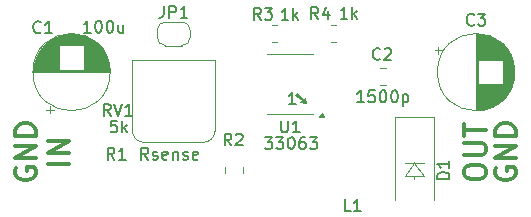
<source format=gto>
%TF.GenerationSoftware,KiCad,Pcbnew,8.0.4*%
%TF.CreationDate,2025-01-06T15:08:45+00:00*%
%TF.ProjectId,33063_boost,33333036-335f-4626-9f6f-73742e6b6963,rev?*%
%TF.SameCoordinates,Original*%
%TF.FileFunction,Legend,Top*%
%TF.FilePolarity,Positive*%
%FSLAX46Y46*%
G04 Gerber Fmt 4.6, Leading zero omitted, Abs format (unit mm)*
G04 Created by KiCad (PCBNEW 8.0.4) date 2025-01-06 15:08:45*
%MOMM*%
%LPD*%
G01*
G04 APERTURE LIST*
%ADD10C,0.100000*%
%ADD11C,0.360000*%
%ADD12C,0.200000*%
%ADD13C,0.150000*%
%ADD14C,0.120000*%
G04 APERTURE END LIST*
D10*
X76650000Y-58700000D02*
X76750000Y-58550000D01*
X76850000Y-59000000D01*
X76350000Y-58850000D01*
X76500000Y-58750000D01*
X75950000Y-58250000D01*
X76100000Y-58100000D01*
X76650000Y-58700000D01*
G36*
X76650000Y-58700000D02*
G01*
X76750000Y-58550000D01*
X76850000Y-59000000D01*
X76350000Y-58850000D01*
X76500000Y-58750000D01*
X75950000Y-58250000D01*
X76100000Y-58100000D01*
X76650000Y-58700000D01*
G37*
D11*
X52279708Y-64471428D02*
X52193994Y-64642857D01*
X52193994Y-64642857D02*
X52193994Y-64899999D01*
X52193994Y-64899999D02*
X52279708Y-65157142D01*
X52279708Y-65157142D02*
X52451137Y-65328571D01*
X52451137Y-65328571D02*
X52622565Y-65414285D01*
X52622565Y-65414285D02*
X52965422Y-65499999D01*
X52965422Y-65499999D02*
X53222565Y-65499999D01*
X53222565Y-65499999D02*
X53565422Y-65414285D01*
X53565422Y-65414285D02*
X53736851Y-65328571D01*
X53736851Y-65328571D02*
X53908280Y-65157142D01*
X53908280Y-65157142D02*
X53993994Y-64899999D01*
X53993994Y-64899999D02*
X53993994Y-64728571D01*
X53993994Y-64728571D02*
X53908280Y-64471428D01*
X53908280Y-64471428D02*
X53822565Y-64385714D01*
X53822565Y-64385714D02*
X53222565Y-64385714D01*
X53222565Y-64385714D02*
X53222565Y-64728571D01*
X53993994Y-63614285D02*
X52193994Y-63614285D01*
X52193994Y-63614285D02*
X53993994Y-62585714D01*
X53993994Y-62585714D02*
X52193994Y-62585714D01*
X53993994Y-61728571D02*
X52193994Y-61728571D01*
X52193994Y-61728571D02*
X52193994Y-61300000D01*
X52193994Y-61300000D02*
X52279708Y-61042857D01*
X52279708Y-61042857D02*
X52451137Y-60871428D01*
X52451137Y-60871428D02*
X52622565Y-60785714D01*
X52622565Y-60785714D02*
X52965422Y-60700000D01*
X52965422Y-60700000D02*
X53222565Y-60700000D01*
X53222565Y-60700000D02*
X53565422Y-60785714D01*
X53565422Y-60785714D02*
X53736851Y-60871428D01*
X53736851Y-60871428D02*
X53908280Y-61042857D01*
X53908280Y-61042857D02*
X53993994Y-61300000D01*
X53993994Y-61300000D02*
X53993994Y-61728571D01*
X92919708Y-64471428D02*
X92833994Y-64642857D01*
X92833994Y-64642857D02*
X92833994Y-64899999D01*
X92833994Y-64899999D02*
X92919708Y-65157142D01*
X92919708Y-65157142D02*
X93091137Y-65328571D01*
X93091137Y-65328571D02*
X93262565Y-65414285D01*
X93262565Y-65414285D02*
X93605422Y-65499999D01*
X93605422Y-65499999D02*
X93862565Y-65499999D01*
X93862565Y-65499999D02*
X94205422Y-65414285D01*
X94205422Y-65414285D02*
X94376851Y-65328571D01*
X94376851Y-65328571D02*
X94548280Y-65157142D01*
X94548280Y-65157142D02*
X94633994Y-64899999D01*
X94633994Y-64899999D02*
X94633994Y-64728571D01*
X94633994Y-64728571D02*
X94548280Y-64471428D01*
X94548280Y-64471428D02*
X94462565Y-64385714D01*
X94462565Y-64385714D02*
X93862565Y-64385714D01*
X93862565Y-64385714D02*
X93862565Y-64728571D01*
X94633994Y-63614285D02*
X92833994Y-63614285D01*
X92833994Y-63614285D02*
X94633994Y-62585714D01*
X94633994Y-62585714D02*
X92833994Y-62585714D01*
X94633994Y-61728571D02*
X92833994Y-61728571D01*
X92833994Y-61728571D02*
X92833994Y-61300000D01*
X92833994Y-61300000D02*
X92919708Y-61042857D01*
X92919708Y-61042857D02*
X93091137Y-60871428D01*
X93091137Y-60871428D02*
X93262565Y-60785714D01*
X93262565Y-60785714D02*
X93605422Y-60700000D01*
X93605422Y-60700000D02*
X93862565Y-60700000D01*
X93862565Y-60700000D02*
X94205422Y-60785714D01*
X94205422Y-60785714D02*
X94376851Y-60871428D01*
X94376851Y-60871428D02*
X94548280Y-61042857D01*
X94548280Y-61042857D02*
X94633994Y-61300000D01*
X94633994Y-61300000D02*
X94633994Y-61728571D01*
X56813994Y-64092856D02*
X55013994Y-64092856D01*
X56813994Y-63235713D02*
X55013994Y-63235713D01*
X55013994Y-63235713D02*
X56813994Y-62207142D01*
X56813994Y-62207142D02*
X55013994Y-62207142D01*
X90263994Y-64949999D02*
X90263994Y-64607142D01*
X90263994Y-64607142D02*
X90349708Y-64435713D01*
X90349708Y-64435713D02*
X90521137Y-64264285D01*
X90521137Y-64264285D02*
X90863994Y-64178570D01*
X90863994Y-64178570D02*
X91463994Y-64178570D01*
X91463994Y-64178570D02*
X91806851Y-64264285D01*
X91806851Y-64264285D02*
X91978280Y-64435713D01*
X91978280Y-64435713D02*
X92063994Y-64607142D01*
X92063994Y-64607142D02*
X92063994Y-64949999D01*
X92063994Y-64949999D02*
X91978280Y-65121428D01*
X91978280Y-65121428D02*
X91806851Y-65292856D01*
X91806851Y-65292856D02*
X91463994Y-65378570D01*
X91463994Y-65378570D02*
X90863994Y-65378570D01*
X90863994Y-65378570D02*
X90521137Y-65292856D01*
X90521137Y-65292856D02*
X90349708Y-65121428D01*
X90349708Y-65121428D02*
X90263994Y-64949999D01*
X90263994Y-63407142D02*
X91721137Y-63407142D01*
X91721137Y-63407142D02*
X91892565Y-63321428D01*
X91892565Y-63321428D02*
X91978280Y-63235714D01*
X91978280Y-63235714D02*
X92063994Y-63064285D01*
X92063994Y-63064285D02*
X92063994Y-62721428D01*
X92063994Y-62721428D02*
X91978280Y-62549999D01*
X91978280Y-62549999D02*
X91892565Y-62464285D01*
X91892565Y-62464285D02*
X91721137Y-62378571D01*
X91721137Y-62378571D02*
X90263994Y-62378571D01*
X90263994Y-61778571D02*
X90263994Y-60750000D01*
X92063994Y-61264285D02*
X90263994Y-61264285D01*
D12*
X75993482Y-59067219D02*
X75422054Y-59067219D01*
X75707768Y-59067219D02*
X75707768Y-58067219D01*
X75707768Y-58067219D02*
X75612530Y-58210076D01*
X75612530Y-58210076D02*
X75517292Y-58305314D01*
X75517292Y-58305314D02*
X75422054Y-58352933D01*
D13*
X80633333Y-68104819D02*
X80157143Y-68104819D01*
X80157143Y-68104819D02*
X80157143Y-67104819D01*
X81490476Y-68104819D02*
X80919048Y-68104819D01*
X81204762Y-68104819D02*
X81204762Y-67104819D01*
X81204762Y-67104819D02*
X81109524Y-67247676D01*
X81109524Y-67247676D02*
X81014286Y-67342914D01*
X81014286Y-67342914D02*
X80919048Y-67390533D01*
X54383333Y-52959580D02*
X54335714Y-53007200D01*
X54335714Y-53007200D02*
X54192857Y-53054819D01*
X54192857Y-53054819D02*
X54097619Y-53054819D01*
X54097619Y-53054819D02*
X53954762Y-53007200D01*
X53954762Y-53007200D02*
X53859524Y-52911961D01*
X53859524Y-52911961D02*
X53811905Y-52816723D01*
X53811905Y-52816723D02*
X53764286Y-52626247D01*
X53764286Y-52626247D02*
X53764286Y-52483390D01*
X53764286Y-52483390D02*
X53811905Y-52292914D01*
X53811905Y-52292914D02*
X53859524Y-52197676D01*
X53859524Y-52197676D02*
X53954762Y-52102438D01*
X53954762Y-52102438D02*
X54097619Y-52054819D01*
X54097619Y-52054819D02*
X54192857Y-52054819D01*
X54192857Y-52054819D02*
X54335714Y-52102438D01*
X54335714Y-52102438D02*
X54383333Y-52150057D01*
X55335714Y-53054819D02*
X54764286Y-53054819D01*
X55050000Y-53054819D02*
X55050000Y-52054819D01*
X55050000Y-52054819D02*
X54954762Y-52197676D01*
X54954762Y-52197676D02*
X54859524Y-52292914D01*
X54859524Y-52292914D02*
X54764286Y-52340533D01*
X58630952Y-53004819D02*
X58059524Y-53004819D01*
X58345238Y-53004819D02*
X58345238Y-52004819D01*
X58345238Y-52004819D02*
X58250000Y-52147676D01*
X58250000Y-52147676D02*
X58154762Y-52242914D01*
X58154762Y-52242914D02*
X58059524Y-52290533D01*
X59250000Y-52004819D02*
X59345238Y-52004819D01*
X59345238Y-52004819D02*
X59440476Y-52052438D01*
X59440476Y-52052438D02*
X59488095Y-52100057D01*
X59488095Y-52100057D02*
X59535714Y-52195295D01*
X59535714Y-52195295D02*
X59583333Y-52385771D01*
X59583333Y-52385771D02*
X59583333Y-52623866D01*
X59583333Y-52623866D02*
X59535714Y-52814342D01*
X59535714Y-52814342D02*
X59488095Y-52909580D01*
X59488095Y-52909580D02*
X59440476Y-52957200D01*
X59440476Y-52957200D02*
X59345238Y-53004819D01*
X59345238Y-53004819D02*
X59250000Y-53004819D01*
X59250000Y-53004819D02*
X59154762Y-52957200D01*
X59154762Y-52957200D02*
X59107143Y-52909580D01*
X59107143Y-52909580D02*
X59059524Y-52814342D01*
X59059524Y-52814342D02*
X59011905Y-52623866D01*
X59011905Y-52623866D02*
X59011905Y-52385771D01*
X59011905Y-52385771D02*
X59059524Y-52195295D01*
X59059524Y-52195295D02*
X59107143Y-52100057D01*
X59107143Y-52100057D02*
X59154762Y-52052438D01*
X59154762Y-52052438D02*
X59250000Y-52004819D01*
X60202381Y-52004819D02*
X60297619Y-52004819D01*
X60297619Y-52004819D02*
X60392857Y-52052438D01*
X60392857Y-52052438D02*
X60440476Y-52100057D01*
X60440476Y-52100057D02*
X60488095Y-52195295D01*
X60488095Y-52195295D02*
X60535714Y-52385771D01*
X60535714Y-52385771D02*
X60535714Y-52623866D01*
X60535714Y-52623866D02*
X60488095Y-52814342D01*
X60488095Y-52814342D02*
X60440476Y-52909580D01*
X60440476Y-52909580D02*
X60392857Y-52957200D01*
X60392857Y-52957200D02*
X60297619Y-53004819D01*
X60297619Y-53004819D02*
X60202381Y-53004819D01*
X60202381Y-53004819D02*
X60107143Y-52957200D01*
X60107143Y-52957200D02*
X60059524Y-52909580D01*
X60059524Y-52909580D02*
X60011905Y-52814342D01*
X60011905Y-52814342D02*
X59964286Y-52623866D01*
X59964286Y-52623866D02*
X59964286Y-52385771D01*
X59964286Y-52385771D02*
X60011905Y-52195295D01*
X60011905Y-52195295D02*
X60059524Y-52100057D01*
X60059524Y-52100057D02*
X60107143Y-52052438D01*
X60107143Y-52052438D02*
X60202381Y-52004819D01*
X61392857Y-52338152D02*
X61392857Y-53004819D01*
X60964286Y-52338152D02*
X60964286Y-52861961D01*
X60964286Y-52861961D02*
X61011905Y-52957200D01*
X61011905Y-52957200D02*
X61107143Y-53004819D01*
X61107143Y-53004819D02*
X61250000Y-53004819D01*
X61250000Y-53004819D02*
X61345238Y-52957200D01*
X61345238Y-52957200D02*
X61392857Y-52909580D01*
X70533333Y-62554819D02*
X70200000Y-62078628D01*
X69961905Y-62554819D02*
X69961905Y-61554819D01*
X69961905Y-61554819D02*
X70342857Y-61554819D01*
X70342857Y-61554819D02*
X70438095Y-61602438D01*
X70438095Y-61602438D02*
X70485714Y-61650057D01*
X70485714Y-61650057D02*
X70533333Y-61745295D01*
X70533333Y-61745295D02*
X70533333Y-61888152D01*
X70533333Y-61888152D02*
X70485714Y-61983390D01*
X70485714Y-61983390D02*
X70438095Y-62031009D01*
X70438095Y-62031009D02*
X70342857Y-62078628D01*
X70342857Y-62078628D02*
X69961905Y-62078628D01*
X70914286Y-61650057D02*
X70961905Y-61602438D01*
X70961905Y-61602438D02*
X71057143Y-61554819D01*
X71057143Y-61554819D02*
X71295238Y-61554819D01*
X71295238Y-61554819D02*
X71390476Y-61602438D01*
X71390476Y-61602438D02*
X71438095Y-61650057D01*
X71438095Y-61650057D02*
X71485714Y-61745295D01*
X71485714Y-61745295D02*
X71485714Y-61840533D01*
X71485714Y-61840533D02*
X71438095Y-61983390D01*
X71438095Y-61983390D02*
X70866667Y-62554819D01*
X70866667Y-62554819D02*
X71485714Y-62554819D01*
X60304761Y-60054819D02*
X59971428Y-59578628D01*
X59733333Y-60054819D02*
X59733333Y-59054819D01*
X59733333Y-59054819D02*
X60114285Y-59054819D01*
X60114285Y-59054819D02*
X60209523Y-59102438D01*
X60209523Y-59102438D02*
X60257142Y-59150057D01*
X60257142Y-59150057D02*
X60304761Y-59245295D01*
X60304761Y-59245295D02*
X60304761Y-59388152D01*
X60304761Y-59388152D02*
X60257142Y-59483390D01*
X60257142Y-59483390D02*
X60209523Y-59531009D01*
X60209523Y-59531009D02*
X60114285Y-59578628D01*
X60114285Y-59578628D02*
X59733333Y-59578628D01*
X60590476Y-59054819D02*
X60923809Y-60054819D01*
X60923809Y-60054819D02*
X61257142Y-59054819D01*
X62114285Y-60054819D02*
X61542857Y-60054819D01*
X61828571Y-60054819D02*
X61828571Y-59054819D01*
X61828571Y-59054819D02*
X61733333Y-59197676D01*
X61733333Y-59197676D02*
X61638095Y-59292914D01*
X61638095Y-59292914D02*
X61542857Y-59340533D01*
X60833333Y-60454819D02*
X60357143Y-60454819D01*
X60357143Y-60454819D02*
X60309524Y-60931009D01*
X60309524Y-60931009D02*
X60357143Y-60883390D01*
X60357143Y-60883390D02*
X60452381Y-60835771D01*
X60452381Y-60835771D02*
X60690476Y-60835771D01*
X60690476Y-60835771D02*
X60785714Y-60883390D01*
X60785714Y-60883390D02*
X60833333Y-60931009D01*
X60833333Y-60931009D02*
X60880952Y-61026247D01*
X60880952Y-61026247D02*
X60880952Y-61264342D01*
X60880952Y-61264342D02*
X60833333Y-61359580D01*
X60833333Y-61359580D02*
X60785714Y-61407200D01*
X60785714Y-61407200D02*
X60690476Y-61454819D01*
X60690476Y-61454819D02*
X60452381Y-61454819D01*
X60452381Y-61454819D02*
X60357143Y-61407200D01*
X60357143Y-61407200D02*
X60309524Y-61359580D01*
X61309524Y-61454819D02*
X61309524Y-60454819D01*
X61404762Y-61073866D02*
X61690476Y-61454819D01*
X61690476Y-60788152D02*
X61309524Y-61169104D01*
X91083333Y-52309580D02*
X91035714Y-52357200D01*
X91035714Y-52357200D02*
X90892857Y-52404819D01*
X90892857Y-52404819D02*
X90797619Y-52404819D01*
X90797619Y-52404819D02*
X90654762Y-52357200D01*
X90654762Y-52357200D02*
X90559524Y-52261961D01*
X90559524Y-52261961D02*
X90511905Y-52166723D01*
X90511905Y-52166723D02*
X90464286Y-51976247D01*
X90464286Y-51976247D02*
X90464286Y-51833390D01*
X90464286Y-51833390D02*
X90511905Y-51642914D01*
X90511905Y-51642914D02*
X90559524Y-51547676D01*
X90559524Y-51547676D02*
X90654762Y-51452438D01*
X90654762Y-51452438D02*
X90797619Y-51404819D01*
X90797619Y-51404819D02*
X90892857Y-51404819D01*
X90892857Y-51404819D02*
X91035714Y-51452438D01*
X91035714Y-51452438D02*
X91083333Y-51500057D01*
X91416667Y-51404819D02*
X92035714Y-51404819D01*
X92035714Y-51404819D02*
X91702381Y-51785771D01*
X91702381Y-51785771D02*
X91845238Y-51785771D01*
X91845238Y-51785771D02*
X91940476Y-51833390D01*
X91940476Y-51833390D02*
X91988095Y-51881009D01*
X91988095Y-51881009D02*
X92035714Y-51976247D01*
X92035714Y-51976247D02*
X92035714Y-52214342D01*
X92035714Y-52214342D02*
X91988095Y-52309580D01*
X91988095Y-52309580D02*
X91940476Y-52357200D01*
X91940476Y-52357200D02*
X91845238Y-52404819D01*
X91845238Y-52404819D02*
X91559524Y-52404819D01*
X91559524Y-52404819D02*
X91464286Y-52357200D01*
X91464286Y-52357200D02*
X91416667Y-52309580D01*
X73023333Y-51914819D02*
X72690000Y-51438628D01*
X72451905Y-51914819D02*
X72451905Y-50914819D01*
X72451905Y-50914819D02*
X72832857Y-50914819D01*
X72832857Y-50914819D02*
X72928095Y-50962438D01*
X72928095Y-50962438D02*
X72975714Y-51010057D01*
X72975714Y-51010057D02*
X73023333Y-51105295D01*
X73023333Y-51105295D02*
X73023333Y-51248152D01*
X73023333Y-51248152D02*
X72975714Y-51343390D01*
X72975714Y-51343390D02*
X72928095Y-51391009D01*
X72928095Y-51391009D02*
X72832857Y-51438628D01*
X72832857Y-51438628D02*
X72451905Y-51438628D01*
X73356667Y-50914819D02*
X73975714Y-50914819D01*
X73975714Y-50914819D02*
X73642381Y-51295771D01*
X73642381Y-51295771D02*
X73785238Y-51295771D01*
X73785238Y-51295771D02*
X73880476Y-51343390D01*
X73880476Y-51343390D02*
X73928095Y-51391009D01*
X73928095Y-51391009D02*
X73975714Y-51486247D01*
X73975714Y-51486247D02*
X73975714Y-51724342D01*
X73975714Y-51724342D02*
X73928095Y-51819580D01*
X73928095Y-51819580D02*
X73880476Y-51867200D01*
X73880476Y-51867200D02*
X73785238Y-51914819D01*
X73785238Y-51914819D02*
X73499524Y-51914819D01*
X73499524Y-51914819D02*
X73404286Y-51867200D01*
X73404286Y-51867200D02*
X73356667Y-51819580D01*
X75360952Y-51934819D02*
X74789524Y-51934819D01*
X75075238Y-51934819D02*
X75075238Y-50934819D01*
X75075238Y-50934819D02*
X74980000Y-51077676D01*
X74980000Y-51077676D02*
X74884762Y-51172914D01*
X74884762Y-51172914D02*
X74789524Y-51220533D01*
X75789524Y-51934819D02*
X75789524Y-50934819D01*
X75884762Y-51553866D02*
X76170476Y-51934819D01*
X76170476Y-51268152D02*
X75789524Y-51649104D01*
X60633333Y-63754819D02*
X60300000Y-63278628D01*
X60061905Y-63754819D02*
X60061905Y-62754819D01*
X60061905Y-62754819D02*
X60442857Y-62754819D01*
X60442857Y-62754819D02*
X60538095Y-62802438D01*
X60538095Y-62802438D02*
X60585714Y-62850057D01*
X60585714Y-62850057D02*
X60633333Y-62945295D01*
X60633333Y-62945295D02*
X60633333Y-63088152D01*
X60633333Y-63088152D02*
X60585714Y-63183390D01*
X60585714Y-63183390D02*
X60538095Y-63231009D01*
X60538095Y-63231009D02*
X60442857Y-63278628D01*
X60442857Y-63278628D02*
X60061905Y-63278628D01*
X61585714Y-63754819D02*
X61014286Y-63754819D01*
X61300000Y-63754819D02*
X61300000Y-62754819D01*
X61300000Y-62754819D02*
X61204762Y-62897676D01*
X61204762Y-62897676D02*
X61109524Y-62992914D01*
X61109524Y-62992914D02*
X61014286Y-63040533D01*
X63490475Y-63754819D02*
X63157142Y-63278628D01*
X62919047Y-63754819D02*
X62919047Y-62754819D01*
X62919047Y-62754819D02*
X63299999Y-62754819D01*
X63299999Y-62754819D02*
X63395237Y-62802438D01*
X63395237Y-62802438D02*
X63442856Y-62850057D01*
X63442856Y-62850057D02*
X63490475Y-62945295D01*
X63490475Y-62945295D02*
X63490475Y-63088152D01*
X63490475Y-63088152D02*
X63442856Y-63183390D01*
X63442856Y-63183390D02*
X63395237Y-63231009D01*
X63395237Y-63231009D02*
X63299999Y-63278628D01*
X63299999Y-63278628D02*
X62919047Y-63278628D01*
X63871428Y-63707200D02*
X63966666Y-63754819D01*
X63966666Y-63754819D02*
X64157142Y-63754819D01*
X64157142Y-63754819D02*
X64252380Y-63707200D01*
X64252380Y-63707200D02*
X64299999Y-63611961D01*
X64299999Y-63611961D02*
X64299999Y-63564342D01*
X64299999Y-63564342D02*
X64252380Y-63469104D01*
X64252380Y-63469104D02*
X64157142Y-63421485D01*
X64157142Y-63421485D02*
X64014285Y-63421485D01*
X64014285Y-63421485D02*
X63919047Y-63373866D01*
X63919047Y-63373866D02*
X63871428Y-63278628D01*
X63871428Y-63278628D02*
X63871428Y-63231009D01*
X63871428Y-63231009D02*
X63919047Y-63135771D01*
X63919047Y-63135771D02*
X64014285Y-63088152D01*
X64014285Y-63088152D02*
X64157142Y-63088152D01*
X64157142Y-63088152D02*
X64252380Y-63135771D01*
X65109523Y-63707200D02*
X65014285Y-63754819D01*
X65014285Y-63754819D02*
X64823809Y-63754819D01*
X64823809Y-63754819D02*
X64728571Y-63707200D01*
X64728571Y-63707200D02*
X64680952Y-63611961D01*
X64680952Y-63611961D02*
X64680952Y-63231009D01*
X64680952Y-63231009D02*
X64728571Y-63135771D01*
X64728571Y-63135771D02*
X64823809Y-63088152D01*
X64823809Y-63088152D02*
X65014285Y-63088152D01*
X65014285Y-63088152D02*
X65109523Y-63135771D01*
X65109523Y-63135771D02*
X65157142Y-63231009D01*
X65157142Y-63231009D02*
X65157142Y-63326247D01*
X65157142Y-63326247D02*
X64680952Y-63421485D01*
X65585714Y-63088152D02*
X65585714Y-63754819D01*
X65585714Y-63183390D02*
X65633333Y-63135771D01*
X65633333Y-63135771D02*
X65728571Y-63088152D01*
X65728571Y-63088152D02*
X65871428Y-63088152D01*
X65871428Y-63088152D02*
X65966666Y-63135771D01*
X65966666Y-63135771D02*
X66014285Y-63231009D01*
X66014285Y-63231009D02*
X66014285Y-63754819D01*
X66442857Y-63707200D02*
X66538095Y-63754819D01*
X66538095Y-63754819D02*
X66728571Y-63754819D01*
X66728571Y-63754819D02*
X66823809Y-63707200D01*
X66823809Y-63707200D02*
X66871428Y-63611961D01*
X66871428Y-63611961D02*
X66871428Y-63564342D01*
X66871428Y-63564342D02*
X66823809Y-63469104D01*
X66823809Y-63469104D02*
X66728571Y-63421485D01*
X66728571Y-63421485D02*
X66585714Y-63421485D01*
X66585714Y-63421485D02*
X66490476Y-63373866D01*
X66490476Y-63373866D02*
X66442857Y-63278628D01*
X66442857Y-63278628D02*
X66442857Y-63231009D01*
X66442857Y-63231009D02*
X66490476Y-63135771D01*
X66490476Y-63135771D02*
X66585714Y-63088152D01*
X66585714Y-63088152D02*
X66728571Y-63088152D01*
X66728571Y-63088152D02*
X66823809Y-63135771D01*
X67680952Y-63707200D02*
X67585714Y-63754819D01*
X67585714Y-63754819D02*
X67395238Y-63754819D01*
X67395238Y-63754819D02*
X67300000Y-63707200D01*
X67300000Y-63707200D02*
X67252381Y-63611961D01*
X67252381Y-63611961D02*
X67252381Y-63231009D01*
X67252381Y-63231009D02*
X67300000Y-63135771D01*
X67300000Y-63135771D02*
X67395238Y-63088152D01*
X67395238Y-63088152D02*
X67585714Y-63088152D01*
X67585714Y-63088152D02*
X67680952Y-63135771D01*
X67680952Y-63135771D02*
X67728571Y-63231009D01*
X67728571Y-63231009D02*
X67728571Y-63326247D01*
X67728571Y-63326247D02*
X67252381Y-63421485D01*
X64811666Y-50754819D02*
X64811666Y-51469104D01*
X64811666Y-51469104D02*
X64764047Y-51611961D01*
X64764047Y-51611961D02*
X64668809Y-51707200D01*
X64668809Y-51707200D02*
X64525952Y-51754819D01*
X64525952Y-51754819D02*
X64430714Y-51754819D01*
X65287857Y-51754819D02*
X65287857Y-50754819D01*
X65287857Y-50754819D02*
X65668809Y-50754819D01*
X65668809Y-50754819D02*
X65764047Y-50802438D01*
X65764047Y-50802438D02*
X65811666Y-50850057D01*
X65811666Y-50850057D02*
X65859285Y-50945295D01*
X65859285Y-50945295D02*
X65859285Y-51088152D01*
X65859285Y-51088152D02*
X65811666Y-51183390D01*
X65811666Y-51183390D02*
X65764047Y-51231009D01*
X65764047Y-51231009D02*
X65668809Y-51278628D01*
X65668809Y-51278628D02*
X65287857Y-51278628D01*
X66811666Y-51754819D02*
X66240238Y-51754819D01*
X66525952Y-51754819D02*
X66525952Y-50754819D01*
X66525952Y-50754819D02*
X66430714Y-50897676D01*
X66430714Y-50897676D02*
X66335476Y-50992914D01*
X66335476Y-50992914D02*
X66240238Y-51040533D01*
X88974819Y-65398094D02*
X87974819Y-65398094D01*
X87974819Y-65398094D02*
X87974819Y-65159999D01*
X87974819Y-65159999D02*
X88022438Y-65017142D01*
X88022438Y-65017142D02*
X88117676Y-64921904D01*
X88117676Y-64921904D02*
X88212914Y-64874285D01*
X88212914Y-64874285D02*
X88403390Y-64826666D01*
X88403390Y-64826666D02*
X88546247Y-64826666D01*
X88546247Y-64826666D02*
X88736723Y-64874285D01*
X88736723Y-64874285D02*
X88831961Y-64921904D01*
X88831961Y-64921904D02*
X88927200Y-65017142D01*
X88927200Y-65017142D02*
X88974819Y-65159999D01*
X88974819Y-65159999D02*
X88974819Y-65398094D01*
X88974819Y-63874285D02*
X88974819Y-64445713D01*
X88974819Y-64159999D02*
X87974819Y-64159999D01*
X87974819Y-64159999D02*
X88117676Y-64255237D01*
X88117676Y-64255237D02*
X88212914Y-64350475D01*
X88212914Y-64350475D02*
X88260533Y-64445713D01*
X77883333Y-51854819D02*
X77550000Y-51378628D01*
X77311905Y-51854819D02*
X77311905Y-50854819D01*
X77311905Y-50854819D02*
X77692857Y-50854819D01*
X77692857Y-50854819D02*
X77788095Y-50902438D01*
X77788095Y-50902438D02*
X77835714Y-50950057D01*
X77835714Y-50950057D02*
X77883333Y-51045295D01*
X77883333Y-51045295D02*
X77883333Y-51188152D01*
X77883333Y-51188152D02*
X77835714Y-51283390D01*
X77835714Y-51283390D02*
X77788095Y-51331009D01*
X77788095Y-51331009D02*
X77692857Y-51378628D01*
X77692857Y-51378628D02*
X77311905Y-51378628D01*
X78740476Y-51188152D02*
X78740476Y-51854819D01*
X78502381Y-50807200D02*
X78264286Y-51521485D01*
X78264286Y-51521485D02*
X78883333Y-51521485D01*
X80350952Y-51834819D02*
X79779524Y-51834819D01*
X80065238Y-51834819D02*
X80065238Y-50834819D01*
X80065238Y-50834819D02*
X79970000Y-50977676D01*
X79970000Y-50977676D02*
X79874762Y-51072914D01*
X79874762Y-51072914D02*
X79779524Y-51120533D01*
X80779524Y-51834819D02*
X80779524Y-50834819D01*
X80874762Y-51453866D02*
X81160476Y-51834819D01*
X81160476Y-51168152D02*
X80779524Y-51549104D01*
X74738095Y-60454819D02*
X74738095Y-61264342D01*
X74738095Y-61264342D02*
X74785714Y-61359580D01*
X74785714Y-61359580D02*
X74833333Y-61407200D01*
X74833333Y-61407200D02*
X74928571Y-61454819D01*
X74928571Y-61454819D02*
X75119047Y-61454819D01*
X75119047Y-61454819D02*
X75214285Y-61407200D01*
X75214285Y-61407200D02*
X75261904Y-61359580D01*
X75261904Y-61359580D02*
X75309523Y-61264342D01*
X75309523Y-61264342D02*
X75309523Y-60454819D01*
X76309523Y-61454819D02*
X75738095Y-61454819D01*
X76023809Y-61454819D02*
X76023809Y-60454819D01*
X76023809Y-60454819D02*
X75928571Y-60597676D01*
X75928571Y-60597676D02*
X75833333Y-60692914D01*
X75833333Y-60692914D02*
X75738095Y-60740533D01*
X73361905Y-61854819D02*
X73980952Y-61854819D01*
X73980952Y-61854819D02*
X73647619Y-62235771D01*
X73647619Y-62235771D02*
X73790476Y-62235771D01*
X73790476Y-62235771D02*
X73885714Y-62283390D01*
X73885714Y-62283390D02*
X73933333Y-62331009D01*
X73933333Y-62331009D02*
X73980952Y-62426247D01*
X73980952Y-62426247D02*
X73980952Y-62664342D01*
X73980952Y-62664342D02*
X73933333Y-62759580D01*
X73933333Y-62759580D02*
X73885714Y-62807200D01*
X73885714Y-62807200D02*
X73790476Y-62854819D01*
X73790476Y-62854819D02*
X73504762Y-62854819D01*
X73504762Y-62854819D02*
X73409524Y-62807200D01*
X73409524Y-62807200D02*
X73361905Y-62759580D01*
X74314286Y-61854819D02*
X74933333Y-61854819D01*
X74933333Y-61854819D02*
X74600000Y-62235771D01*
X74600000Y-62235771D02*
X74742857Y-62235771D01*
X74742857Y-62235771D02*
X74838095Y-62283390D01*
X74838095Y-62283390D02*
X74885714Y-62331009D01*
X74885714Y-62331009D02*
X74933333Y-62426247D01*
X74933333Y-62426247D02*
X74933333Y-62664342D01*
X74933333Y-62664342D02*
X74885714Y-62759580D01*
X74885714Y-62759580D02*
X74838095Y-62807200D01*
X74838095Y-62807200D02*
X74742857Y-62854819D01*
X74742857Y-62854819D02*
X74457143Y-62854819D01*
X74457143Y-62854819D02*
X74361905Y-62807200D01*
X74361905Y-62807200D02*
X74314286Y-62759580D01*
X75552381Y-61854819D02*
X75647619Y-61854819D01*
X75647619Y-61854819D02*
X75742857Y-61902438D01*
X75742857Y-61902438D02*
X75790476Y-61950057D01*
X75790476Y-61950057D02*
X75838095Y-62045295D01*
X75838095Y-62045295D02*
X75885714Y-62235771D01*
X75885714Y-62235771D02*
X75885714Y-62473866D01*
X75885714Y-62473866D02*
X75838095Y-62664342D01*
X75838095Y-62664342D02*
X75790476Y-62759580D01*
X75790476Y-62759580D02*
X75742857Y-62807200D01*
X75742857Y-62807200D02*
X75647619Y-62854819D01*
X75647619Y-62854819D02*
X75552381Y-62854819D01*
X75552381Y-62854819D02*
X75457143Y-62807200D01*
X75457143Y-62807200D02*
X75409524Y-62759580D01*
X75409524Y-62759580D02*
X75361905Y-62664342D01*
X75361905Y-62664342D02*
X75314286Y-62473866D01*
X75314286Y-62473866D02*
X75314286Y-62235771D01*
X75314286Y-62235771D02*
X75361905Y-62045295D01*
X75361905Y-62045295D02*
X75409524Y-61950057D01*
X75409524Y-61950057D02*
X75457143Y-61902438D01*
X75457143Y-61902438D02*
X75552381Y-61854819D01*
X76742857Y-61854819D02*
X76552381Y-61854819D01*
X76552381Y-61854819D02*
X76457143Y-61902438D01*
X76457143Y-61902438D02*
X76409524Y-61950057D01*
X76409524Y-61950057D02*
X76314286Y-62092914D01*
X76314286Y-62092914D02*
X76266667Y-62283390D01*
X76266667Y-62283390D02*
X76266667Y-62664342D01*
X76266667Y-62664342D02*
X76314286Y-62759580D01*
X76314286Y-62759580D02*
X76361905Y-62807200D01*
X76361905Y-62807200D02*
X76457143Y-62854819D01*
X76457143Y-62854819D02*
X76647619Y-62854819D01*
X76647619Y-62854819D02*
X76742857Y-62807200D01*
X76742857Y-62807200D02*
X76790476Y-62759580D01*
X76790476Y-62759580D02*
X76838095Y-62664342D01*
X76838095Y-62664342D02*
X76838095Y-62426247D01*
X76838095Y-62426247D02*
X76790476Y-62331009D01*
X76790476Y-62331009D02*
X76742857Y-62283390D01*
X76742857Y-62283390D02*
X76647619Y-62235771D01*
X76647619Y-62235771D02*
X76457143Y-62235771D01*
X76457143Y-62235771D02*
X76361905Y-62283390D01*
X76361905Y-62283390D02*
X76314286Y-62331009D01*
X76314286Y-62331009D02*
X76266667Y-62426247D01*
X77171429Y-61854819D02*
X77790476Y-61854819D01*
X77790476Y-61854819D02*
X77457143Y-62235771D01*
X77457143Y-62235771D02*
X77600000Y-62235771D01*
X77600000Y-62235771D02*
X77695238Y-62283390D01*
X77695238Y-62283390D02*
X77742857Y-62331009D01*
X77742857Y-62331009D02*
X77790476Y-62426247D01*
X77790476Y-62426247D02*
X77790476Y-62664342D01*
X77790476Y-62664342D02*
X77742857Y-62759580D01*
X77742857Y-62759580D02*
X77695238Y-62807200D01*
X77695238Y-62807200D02*
X77600000Y-62854819D01*
X77600000Y-62854819D02*
X77314286Y-62854819D01*
X77314286Y-62854819D02*
X77219048Y-62807200D01*
X77219048Y-62807200D02*
X77171429Y-62759580D01*
X83133333Y-55209580D02*
X83085714Y-55257200D01*
X83085714Y-55257200D02*
X82942857Y-55304819D01*
X82942857Y-55304819D02*
X82847619Y-55304819D01*
X82847619Y-55304819D02*
X82704762Y-55257200D01*
X82704762Y-55257200D02*
X82609524Y-55161961D01*
X82609524Y-55161961D02*
X82561905Y-55066723D01*
X82561905Y-55066723D02*
X82514286Y-54876247D01*
X82514286Y-54876247D02*
X82514286Y-54733390D01*
X82514286Y-54733390D02*
X82561905Y-54542914D01*
X82561905Y-54542914D02*
X82609524Y-54447676D01*
X82609524Y-54447676D02*
X82704762Y-54352438D01*
X82704762Y-54352438D02*
X82847619Y-54304819D01*
X82847619Y-54304819D02*
X82942857Y-54304819D01*
X82942857Y-54304819D02*
X83085714Y-54352438D01*
X83085714Y-54352438D02*
X83133333Y-54400057D01*
X83514286Y-54400057D02*
X83561905Y-54352438D01*
X83561905Y-54352438D02*
X83657143Y-54304819D01*
X83657143Y-54304819D02*
X83895238Y-54304819D01*
X83895238Y-54304819D02*
X83990476Y-54352438D01*
X83990476Y-54352438D02*
X84038095Y-54400057D01*
X84038095Y-54400057D02*
X84085714Y-54495295D01*
X84085714Y-54495295D02*
X84085714Y-54590533D01*
X84085714Y-54590533D02*
X84038095Y-54733390D01*
X84038095Y-54733390D02*
X83466667Y-55304819D01*
X83466667Y-55304819D02*
X84085714Y-55304819D01*
X81759761Y-58904819D02*
X81188333Y-58904819D01*
X81474047Y-58904819D02*
X81474047Y-57904819D01*
X81474047Y-57904819D02*
X81378809Y-58047676D01*
X81378809Y-58047676D02*
X81283571Y-58142914D01*
X81283571Y-58142914D02*
X81188333Y-58190533D01*
X82664523Y-57904819D02*
X82188333Y-57904819D01*
X82188333Y-57904819D02*
X82140714Y-58381009D01*
X82140714Y-58381009D02*
X82188333Y-58333390D01*
X82188333Y-58333390D02*
X82283571Y-58285771D01*
X82283571Y-58285771D02*
X82521666Y-58285771D01*
X82521666Y-58285771D02*
X82616904Y-58333390D01*
X82616904Y-58333390D02*
X82664523Y-58381009D01*
X82664523Y-58381009D02*
X82712142Y-58476247D01*
X82712142Y-58476247D02*
X82712142Y-58714342D01*
X82712142Y-58714342D02*
X82664523Y-58809580D01*
X82664523Y-58809580D02*
X82616904Y-58857200D01*
X82616904Y-58857200D02*
X82521666Y-58904819D01*
X82521666Y-58904819D02*
X82283571Y-58904819D01*
X82283571Y-58904819D02*
X82188333Y-58857200D01*
X82188333Y-58857200D02*
X82140714Y-58809580D01*
X83331190Y-57904819D02*
X83426428Y-57904819D01*
X83426428Y-57904819D02*
X83521666Y-57952438D01*
X83521666Y-57952438D02*
X83569285Y-58000057D01*
X83569285Y-58000057D02*
X83616904Y-58095295D01*
X83616904Y-58095295D02*
X83664523Y-58285771D01*
X83664523Y-58285771D02*
X83664523Y-58523866D01*
X83664523Y-58523866D02*
X83616904Y-58714342D01*
X83616904Y-58714342D02*
X83569285Y-58809580D01*
X83569285Y-58809580D02*
X83521666Y-58857200D01*
X83521666Y-58857200D02*
X83426428Y-58904819D01*
X83426428Y-58904819D02*
X83331190Y-58904819D01*
X83331190Y-58904819D02*
X83235952Y-58857200D01*
X83235952Y-58857200D02*
X83188333Y-58809580D01*
X83188333Y-58809580D02*
X83140714Y-58714342D01*
X83140714Y-58714342D02*
X83093095Y-58523866D01*
X83093095Y-58523866D02*
X83093095Y-58285771D01*
X83093095Y-58285771D02*
X83140714Y-58095295D01*
X83140714Y-58095295D02*
X83188333Y-58000057D01*
X83188333Y-58000057D02*
X83235952Y-57952438D01*
X83235952Y-57952438D02*
X83331190Y-57904819D01*
X84283571Y-57904819D02*
X84378809Y-57904819D01*
X84378809Y-57904819D02*
X84474047Y-57952438D01*
X84474047Y-57952438D02*
X84521666Y-58000057D01*
X84521666Y-58000057D02*
X84569285Y-58095295D01*
X84569285Y-58095295D02*
X84616904Y-58285771D01*
X84616904Y-58285771D02*
X84616904Y-58523866D01*
X84616904Y-58523866D02*
X84569285Y-58714342D01*
X84569285Y-58714342D02*
X84521666Y-58809580D01*
X84521666Y-58809580D02*
X84474047Y-58857200D01*
X84474047Y-58857200D02*
X84378809Y-58904819D01*
X84378809Y-58904819D02*
X84283571Y-58904819D01*
X84283571Y-58904819D02*
X84188333Y-58857200D01*
X84188333Y-58857200D02*
X84140714Y-58809580D01*
X84140714Y-58809580D02*
X84093095Y-58714342D01*
X84093095Y-58714342D02*
X84045476Y-58523866D01*
X84045476Y-58523866D02*
X84045476Y-58285771D01*
X84045476Y-58285771D02*
X84093095Y-58095295D01*
X84093095Y-58095295D02*
X84140714Y-58000057D01*
X84140714Y-58000057D02*
X84188333Y-57952438D01*
X84188333Y-57952438D02*
X84283571Y-57904819D01*
X85045476Y-58238152D02*
X85045476Y-59238152D01*
X85045476Y-58285771D02*
X85140714Y-58238152D01*
X85140714Y-58238152D02*
X85331190Y-58238152D01*
X85331190Y-58238152D02*
X85426428Y-58285771D01*
X85426428Y-58285771D02*
X85474047Y-58333390D01*
X85474047Y-58333390D02*
X85521666Y-58428628D01*
X85521666Y-58428628D02*
X85521666Y-58714342D01*
X85521666Y-58714342D02*
X85474047Y-58809580D01*
X85474047Y-58809580D02*
X85426428Y-58857200D01*
X85426428Y-58857200D02*
X85331190Y-58904819D01*
X85331190Y-58904819D02*
X85140714Y-58904819D01*
X85140714Y-58904819D02*
X85045476Y-58857200D01*
D14*
%TO.C,C1*%
X58040000Y-56110000D02*
X60222000Y-56110000D01*
X58040000Y-56070000D02*
X60218000Y-56070000D01*
X58040000Y-56030000D02*
X60215000Y-56030000D01*
X58040000Y-55990000D02*
X60211000Y-55990000D01*
X58040000Y-55950000D02*
X60206000Y-55950000D01*
X58040000Y-55910000D02*
X60201000Y-55910000D01*
X58040000Y-55870000D02*
X60195000Y-55870000D01*
X58040000Y-55830000D02*
X60189000Y-55830000D01*
X58040000Y-55790000D02*
X60182000Y-55790000D01*
X58040000Y-55750000D02*
X60175000Y-55750000D01*
X58040000Y-55710000D02*
X60167000Y-55710000D01*
X58040000Y-55670000D02*
X60159000Y-55670000D01*
X58040000Y-55629000D02*
X60150000Y-55629000D01*
X58040000Y-55589000D02*
X60141000Y-55589000D01*
X58040000Y-55549000D02*
X60131000Y-55549000D01*
X58040000Y-55509000D02*
X60121000Y-55509000D01*
X58040000Y-55469000D02*
X60110000Y-55469000D01*
X58040000Y-55429000D02*
X60098000Y-55429000D01*
X58040000Y-55389000D02*
X60086000Y-55389000D01*
X58040000Y-55349000D02*
X60074000Y-55349000D01*
X58040000Y-55309000D02*
X60061000Y-55309000D01*
X58040000Y-55269000D02*
X60047000Y-55269000D01*
X58040000Y-55229000D02*
X60033000Y-55229000D01*
X58040000Y-55189000D02*
X60018000Y-55189000D01*
X58040000Y-55149000D02*
X60002000Y-55149000D01*
X58040000Y-55109000D02*
X59986000Y-55109000D01*
X58040000Y-55069000D02*
X59970000Y-55069000D01*
X58040000Y-55029000D02*
X59952000Y-55029000D01*
X58040000Y-54989000D02*
X59934000Y-54989000D01*
X58040000Y-54949000D02*
X59916000Y-54949000D01*
X58040000Y-54909000D02*
X59896000Y-54909000D01*
X58040000Y-54869000D02*
X59876000Y-54869000D01*
X58040000Y-54829000D02*
X59856000Y-54829000D01*
X58040000Y-54789000D02*
X59834000Y-54789000D01*
X58040000Y-54749000D02*
X59812000Y-54749000D01*
X58040000Y-54709000D02*
X59790000Y-54709000D01*
X58040000Y-54669000D02*
X59766000Y-54669000D01*
X58040000Y-54629000D02*
X59742000Y-54629000D01*
X58040000Y-54589000D02*
X59716000Y-54589000D01*
X58040000Y-54549000D02*
X59690000Y-54549000D01*
X58040000Y-54509000D02*
X59664000Y-54509000D01*
X58040000Y-54469000D02*
X59636000Y-54469000D01*
X58040000Y-54429000D02*
X59607000Y-54429000D01*
X58040000Y-54389000D02*
X59578000Y-54389000D01*
X58040000Y-54349000D02*
X59548000Y-54349000D01*
X58040000Y-54309000D02*
X59516000Y-54309000D01*
X58040000Y-54269000D02*
X59484000Y-54269000D01*
X58040000Y-54229000D02*
X59450000Y-54229000D01*
X58040000Y-54189000D02*
X59416000Y-54189000D01*
X58040000Y-54149000D02*
X59380000Y-54149000D01*
X58040000Y-54109000D02*
X59343000Y-54109000D01*
X58040000Y-54069000D02*
X59305000Y-54069000D01*
X56598000Y-53109000D02*
X57402000Y-53109000D01*
X56367000Y-53149000D02*
X57633000Y-53149000D01*
X56198000Y-53189000D02*
X57802000Y-53189000D01*
X56060000Y-53229000D02*
X57940000Y-53229000D01*
X55941000Y-53269000D02*
X58059000Y-53269000D01*
X55835000Y-53309000D02*
X58165000Y-53309000D01*
X55738000Y-53349000D02*
X58262000Y-53349000D01*
X55650000Y-53389000D02*
X58350000Y-53389000D01*
X55568000Y-53429000D02*
X58432000Y-53429000D01*
X55491000Y-53469000D02*
X58509000Y-53469000D01*
X55419000Y-53509000D02*
X58581000Y-53509000D01*
X55350000Y-53549000D02*
X58650000Y-53549000D01*
X55286000Y-53589000D02*
X58714000Y-53589000D01*
X55224000Y-53629000D02*
X58776000Y-53629000D01*
X55166000Y-53669000D02*
X58834000Y-53669000D01*
X55161000Y-59850241D02*
X55161000Y-59220241D01*
X55110000Y-53709000D02*
X58890000Y-53709000D01*
X55056000Y-53749000D02*
X58944000Y-53749000D01*
X55005000Y-53789000D02*
X58995000Y-53789000D01*
X54956000Y-53829000D02*
X59044000Y-53829000D01*
X54908000Y-53869000D02*
X59092000Y-53869000D01*
X54863000Y-53909000D02*
X59137000Y-53909000D01*
X54846000Y-59535241D02*
X55476000Y-59535241D01*
X54818000Y-53949000D02*
X59182000Y-53949000D01*
X54776000Y-53989000D02*
X59224000Y-53989000D01*
X54735000Y-54029000D02*
X59265000Y-54029000D01*
X54695000Y-54069000D02*
X55960000Y-54069000D01*
X54657000Y-54109000D02*
X55960000Y-54109000D01*
X54620000Y-54149000D02*
X55960000Y-54149000D01*
X54584000Y-54189000D02*
X55960000Y-54189000D01*
X54550000Y-54229000D02*
X55960000Y-54229000D01*
X54516000Y-54269000D02*
X55960000Y-54269000D01*
X54484000Y-54309000D02*
X55960000Y-54309000D01*
X54452000Y-54349000D02*
X55960000Y-54349000D01*
X54422000Y-54389000D02*
X55960000Y-54389000D01*
X54393000Y-54429000D02*
X55960000Y-54429000D01*
X54364000Y-54469000D02*
X55960000Y-54469000D01*
X54336000Y-54509000D02*
X55960000Y-54509000D01*
X54310000Y-54549000D02*
X55960000Y-54549000D01*
X54284000Y-54589000D02*
X55960000Y-54589000D01*
X54258000Y-54629000D02*
X55960000Y-54629000D01*
X54234000Y-54669000D02*
X55960000Y-54669000D01*
X54210000Y-54709000D02*
X55960000Y-54709000D01*
X54188000Y-54749000D02*
X55960000Y-54749000D01*
X54166000Y-54789000D02*
X55960000Y-54789000D01*
X54144000Y-54829000D02*
X55960000Y-54829000D01*
X54124000Y-54869000D02*
X55960000Y-54869000D01*
X54104000Y-54909000D02*
X55960000Y-54909000D01*
X54084000Y-54949000D02*
X55960000Y-54949000D01*
X54066000Y-54989000D02*
X55960000Y-54989000D01*
X54048000Y-55029000D02*
X55960000Y-55029000D01*
X54030000Y-55069000D02*
X55960000Y-55069000D01*
X54014000Y-55109000D02*
X55960000Y-55109000D01*
X53998000Y-55149000D02*
X55960000Y-55149000D01*
X53982000Y-55189000D02*
X55960000Y-55189000D01*
X53967000Y-55229000D02*
X55960000Y-55229000D01*
X53953000Y-55269000D02*
X55960000Y-55269000D01*
X53939000Y-55309000D02*
X55960000Y-55309000D01*
X53926000Y-55349000D02*
X55960000Y-55349000D01*
X53914000Y-55389000D02*
X55960000Y-55389000D01*
X53902000Y-55429000D02*
X55960000Y-55429000D01*
X53890000Y-55469000D02*
X55960000Y-55469000D01*
X53879000Y-55509000D02*
X55960000Y-55509000D01*
X53869000Y-55549000D02*
X55960000Y-55549000D01*
X53859000Y-55589000D02*
X55960000Y-55589000D01*
X53850000Y-55629000D02*
X55960000Y-55629000D01*
X53841000Y-55670000D02*
X55960000Y-55670000D01*
X53833000Y-55710000D02*
X55960000Y-55710000D01*
X53825000Y-55750000D02*
X55960000Y-55750000D01*
X53818000Y-55790000D02*
X55960000Y-55790000D01*
X53811000Y-55830000D02*
X55960000Y-55830000D01*
X53805000Y-55870000D02*
X55960000Y-55870000D01*
X53799000Y-55910000D02*
X55960000Y-55910000D01*
X53794000Y-55950000D02*
X55960000Y-55950000D01*
X53789000Y-55990000D02*
X55960000Y-55990000D01*
X53785000Y-56030000D02*
X55960000Y-56030000D01*
X53782000Y-56070000D02*
X55960000Y-56070000D01*
X53778000Y-56110000D02*
X55960000Y-56110000D01*
X53776000Y-56150000D02*
X60224000Y-56150000D01*
X53773000Y-56190000D02*
X60227000Y-56190000D01*
X53772000Y-56230000D02*
X60228000Y-56230000D01*
X53770000Y-56350000D02*
X60230000Y-56350000D01*
X53770000Y-56310000D02*
X60230000Y-56310000D01*
X53770000Y-56270000D02*
X60230000Y-56270000D01*
X60270000Y-56350000D02*
G75*
G02*
X53730000Y-56350000I-3270000J0D01*
G01*
X53730000Y-56350000D02*
G75*
G02*
X60270000Y-56350000I3270000J0D01*
G01*
%TO.C,R2*%
X71485000Y-64877064D02*
X71485000Y-64422936D01*
X70015000Y-64877064D02*
X70015000Y-64422936D01*
D10*
%TO.C,RV1*%
X69145000Y-55300000D02*
X69145000Y-61300000D01*
X69145000Y-55300000D02*
X65645000Y-55300000D01*
X68145000Y-62300000D02*
X65645000Y-62300000D01*
X63145000Y-62300000D02*
X65645000Y-62300000D01*
X62145000Y-55300000D02*
X65645000Y-55300000D01*
X62145000Y-55300000D02*
X62145000Y-61300000D01*
X69145000Y-61300000D02*
G75*
G02*
X68145000Y-62300000I-999999J-1D01*
G01*
X63145000Y-62300000D02*
G75*
G02*
X62145000Y-61300000I0J1000000D01*
G01*
D14*
%TO.C,C3*%
X94491000Y-55948000D02*
X94491000Y-56752000D01*
X94451000Y-55717000D02*
X94451000Y-56983000D01*
X94411000Y-55548000D02*
X94411000Y-57152000D01*
X94371000Y-55410000D02*
X94371000Y-57290000D01*
X94331000Y-55291000D02*
X94331000Y-57409000D01*
X94291000Y-55185000D02*
X94291000Y-57515000D01*
X94251000Y-55088000D02*
X94251000Y-57612000D01*
X94211000Y-55000000D02*
X94211000Y-57700000D01*
X94171000Y-54918000D02*
X94171000Y-57782000D01*
X94131000Y-54841000D02*
X94131000Y-57859000D01*
X94091000Y-54769000D02*
X94091000Y-57931000D01*
X94051000Y-54700000D02*
X94051000Y-58000000D01*
X94011000Y-54636000D02*
X94011000Y-58064000D01*
X93971000Y-54574000D02*
X93971000Y-58126000D01*
X93931000Y-54516000D02*
X93931000Y-58184000D01*
X93891000Y-54460000D02*
X93891000Y-58240000D01*
X93851000Y-54406000D02*
X93851000Y-58294000D01*
X93811000Y-54355000D02*
X93811000Y-58345000D01*
X93771000Y-54306000D02*
X93771000Y-58394000D01*
X93731000Y-54258000D02*
X93731000Y-58442000D01*
X93691000Y-54213000D02*
X93691000Y-58487000D01*
X93651000Y-54168000D02*
X93651000Y-58532000D01*
X93611000Y-54126000D02*
X93611000Y-58574000D01*
X93571000Y-54085000D02*
X93571000Y-58615000D01*
X93531000Y-57390000D02*
X93531000Y-58655000D01*
X93531000Y-54045000D02*
X93531000Y-55310000D01*
X93491000Y-57390000D02*
X93491000Y-58693000D01*
X93491000Y-54007000D02*
X93491000Y-55310000D01*
X93451000Y-57390000D02*
X93451000Y-58730000D01*
X93451000Y-53970000D02*
X93451000Y-55310000D01*
X93411000Y-57390000D02*
X93411000Y-58766000D01*
X93411000Y-53934000D02*
X93411000Y-55310000D01*
X93371000Y-57390000D02*
X93371000Y-58800000D01*
X93371000Y-53900000D02*
X93371000Y-55310000D01*
X93331000Y-57390000D02*
X93331000Y-58834000D01*
X93331000Y-53866000D02*
X93331000Y-55310000D01*
X93291000Y-57390000D02*
X93291000Y-58866000D01*
X93291000Y-53834000D02*
X93291000Y-55310000D01*
X93251000Y-57390000D02*
X93251000Y-58898000D01*
X93251000Y-53802000D02*
X93251000Y-55310000D01*
X93211000Y-57390000D02*
X93211000Y-58928000D01*
X93211000Y-53772000D02*
X93211000Y-55310000D01*
X93171000Y-57390000D02*
X93171000Y-58957000D01*
X93171000Y-53743000D02*
X93171000Y-55310000D01*
X93131000Y-57390000D02*
X93131000Y-58986000D01*
X93131000Y-53714000D02*
X93131000Y-55310000D01*
X93091000Y-57390000D02*
X93091000Y-59014000D01*
X93091000Y-53686000D02*
X93091000Y-55310000D01*
X93051000Y-57390000D02*
X93051000Y-59040000D01*
X93051000Y-53660000D02*
X93051000Y-55310000D01*
X93011000Y-57390000D02*
X93011000Y-59066000D01*
X93011000Y-53634000D02*
X93011000Y-55310000D01*
X92971000Y-57390000D02*
X92971000Y-59092000D01*
X92971000Y-53608000D02*
X92971000Y-55310000D01*
X92931000Y-57390000D02*
X92931000Y-59116000D01*
X92931000Y-53584000D02*
X92931000Y-55310000D01*
X92891000Y-57390000D02*
X92891000Y-59140000D01*
X92891000Y-53560000D02*
X92891000Y-55310000D01*
X92851000Y-57390000D02*
X92851000Y-59162000D01*
X92851000Y-53538000D02*
X92851000Y-55310000D01*
X92811000Y-57390000D02*
X92811000Y-59184000D01*
X92811000Y-53516000D02*
X92811000Y-55310000D01*
X92771000Y-57390000D02*
X92771000Y-59206000D01*
X92771000Y-53494000D02*
X92771000Y-55310000D01*
X92731000Y-57390000D02*
X92731000Y-59226000D01*
X92731000Y-53474000D02*
X92731000Y-55310000D01*
X92691000Y-57390000D02*
X92691000Y-59246000D01*
X92691000Y-53454000D02*
X92691000Y-55310000D01*
X92651000Y-57390000D02*
X92651000Y-59266000D01*
X92651000Y-53434000D02*
X92651000Y-55310000D01*
X92611000Y-57390000D02*
X92611000Y-59284000D01*
X92611000Y-53416000D02*
X92611000Y-55310000D01*
X92571000Y-57390000D02*
X92571000Y-59302000D01*
X92571000Y-53398000D02*
X92571000Y-55310000D01*
X92531000Y-57390000D02*
X92531000Y-59320000D01*
X92531000Y-53380000D02*
X92531000Y-55310000D01*
X92491000Y-57390000D02*
X92491000Y-59336000D01*
X92491000Y-53364000D02*
X92491000Y-55310000D01*
X92451000Y-57390000D02*
X92451000Y-59352000D01*
X92451000Y-53348000D02*
X92451000Y-55310000D01*
X92411000Y-57390000D02*
X92411000Y-59368000D01*
X92411000Y-53332000D02*
X92411000Y-55310000D01*
X92371000Y-57390000D02*
X92371000Y-59383000D01*
X92371000Y-53317000D02*
X92371000Y-55310000D01*
X92331000Y-57390000D02*
X92331000Y-59397000D01*
X92331000Y-53303000D02*
X92331000Y-55310000D01*
X92291000Y-57390000D02*
X92291000Y-59411000D01*
X92291000Y-53289000D02*
X92291000Y-55310000D01*
X92251000Y-57390000D02*
X92251000Y-59424000D01*
X92251000Y-53276000D02*
X92251000Y-55310000D01*
X92211000Y-57390000D02*
X92211000Y-59436000D01*
X92211000Y-53264000D02*
X92211000Y-55310000D01*
X92171000Y-57390000D02*
X92171000Y-59448000D01*
X92171000Y-53252000D02*
X92171000Y-55310000D01*
X92131000Y-57390000D02*
X92131000Y-59460000D01*
X92131000Y-53240000D02*
X92131000Y-55310000D01*
X92091000Y-57390000D02*
X92091000Y-59471000D01*
X92091000Y-53229000D02*
X92091000Y-55310000D01*
X92051000Y-57390000D02*
X92051000Y-59481000D01*
X92051000Y-53219000D02*
X92051000Y-55310000D01*
X92011000Y-57390000D02*
X92011000Y-59491000D01*
X92011000Y-53209000D02*
X92011000Y-55310000D01*
X91971000Y-57390000D02*
X91971000Y-59500000D01*
X91971000Y-53200000D02*
X91971000Y-55310000D01*
X91930000Y-57390000D02*
X91930000Y-59509000D01*
X91930000Y-53191000D02*
X91930000Y-55310000D01*
X91890000Y-57390000D02*
X91890000Y-59517000D01*
X91890000Y-53183000D02*
X91890000Y-55310000D01*
X91850000Y-57390000D02*
X91850000Y-59525000D01*
X91850000Y-53175000D02*
X91850000Y-55310000D01*
X91810000Y-57390000D02*
X91810000Y-59532000D01*
X91810000Y-53168000D02*
X91810000Y-55310000D01*
X91770000Y-57390000D02*
X91770000Y-59539000D01*
X91770000Y-53161000D02*
X91770000Y-55310000D01*
X91730000Y-57390000D02*
X91730000Y-59545000D01*
X91730000Y-53155000D02*
X91730000Y-55310000D01*
X91690000Y-57390000D02*
X91690000Y-59551000D01*
X91690000Y-53149000D02*
X91690000Y-55310000D01*
X91650000Y-57390000D02*
X91650000Y-59556000D01*
X91650000Y-53144000D02*
X91650000Y-55310000D01*
X91610000Y-57390000D02*
X91610000Y-59561000D01*
X91610000Y-53139000D02*
X91610000Y-55310000D01*
X91570000Y-57390000D02*
X91570000Y-59565000D01*
X91570000Y-53135000D02*
X91570000Y-55310000D01*
X91530000Y-57390000D02*
X91530000Y-59568000D01*
X91530000Y-53132000D02*
X91530000Y-55310000D01*
X91490000Y-57390000D02*
X91490000Y-59572000D01*
X91490000Y-53128000D02*
X91490000Y-55310000D01*
X91450000Y-53126000D02*
X91450000Y-59574000D01*
X91410000Y-53123000D02*
X91410000Y-59577000D01*
X91370000Y-53122000D02*
X91370000Y-59578000D01*
X91330000Y-53120000D02*
X91330000Y-59580000D01*
X91290000Y-53120000D02*
X91290000Y-59580000D01*
X91250000Y-53120000D02*
X91250000Y-59580000D01*
X88064759Y-54196000D02*
X88064759Y-54826000D01*
X87749759Y-54511000D02*
X88379759Y-54511000D01*
X94520000Y-56350000D02*
G75*
G02*
X87980000Y-56350000I-3270000J0D01*
G01*
X87980000Y-56350000D02*
G75*
G02*
X94520000Y-56350000I3270000J0D01*
G01*
%TO.C,R3*%
X73967936Y-53835000D02*
X74422064Y-53835000D01*
X73967936Y-52365000D02*
X74422064Y-52365000D01*
%TO.C,JP1*%
X67045000Y-52800000D02*
X67045000Y-53400000D01*
X66345000Y-54100000D02*
X64945000Y-54100000D01*
X64945000Y-52100000D02*
X66345000Y-52100000D01*
X64245000Y-53400000D02*
X64245000Y-52800000D01*
X67045000Y-53400000D02*
G75*
G02*
X66345000Y-54100000I-700000J0D01*
G01*
X66345000Y-52100000D02*
G75*
G02*
X67045000Y-52800000I0J-700000D01*
G01*
X64945000Y-54100000D02*
G75*
G02*
X64245000Y-53400000I-1J699999D01*
G01*
X64245000Y-52800000D02*
G75*
G02*
X64945000Y-52100000I699999J1D01*
G01*
%TO.C,D1*%
X87670000Y-60150000D02*
X87670000Y-67160000D01*
X87670000Y-60150000D02*
X84370000Y-60150000D01*
D10*
X86820000Y-65160000D02*
X86020000Y-64010000D01*
X86020000Y-65160000D02*
X86820000Y-65160000D01*
X86020000Y-65160000D02*
X86020000Y-65400000D01*
X86020000Y-64010000D02*
X86020000Y-63920000D01*
X86020000Y-64010000D02*
X85270000Y-65160000D01*
X85270000Y-65160000D02*
X86020000Y-65160000D01*
X85220000Y-64010000D02*
X86820000Y-64010000D01*
D14*
X84370000Y-60150000D02*
X84370000Y-67160000D01*
%TO.C,R4*%
X78967936Y-53835000D02*
X79422064Y-53835000D01*
X78967936Y-52365000D02*
X79422064Y-52365000D01*
%TO.C,U1*%
X75470000Y-59905000D02*
X77420000Y-59905000D01*
X75470000Y-59905000D02*
X73520000Y-59905000D01*
X75470000Y-54785000D02*
X77420000Y-54785000D01*
X75470000Y-54785000D02*
X73520000Y-54785000D01*
X78410000Y-60140000D02*
X77930000Y-60140000D01*
X78170000Y-59810000D01*
X78410000Y-60140000D01*
G36*
X78410000Y-60140000D02*
G01*
X77930000Y-60140000D01*
X78170000Y-59810000D01*
X78410000Y-60140000D01*
G37*
%TO.C,C2*%
X83083748Y-57435000D02*
X83606252Y-57435000D01*
X83083748Y-55965000D02*
X83606252Y-55965000D01*
%TD*%
M02*

</source>
